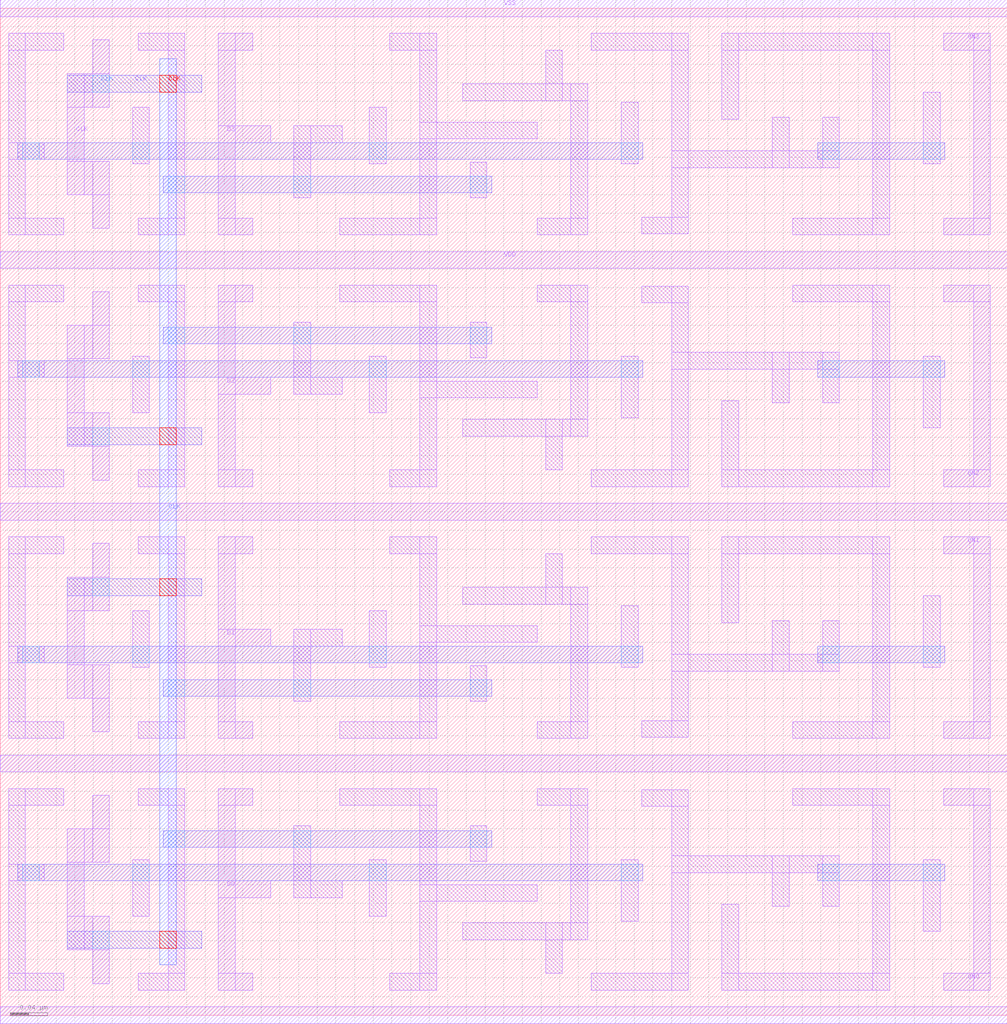
<source format=lef>
VERSION 5.8 ;
BUSBITCHARS "[]" ;
DIVIDERCHAR "/" ;
SITE asap7sc7p5t_R4
  CLASS CORE ;
  SIZE 0.054 BY 1.08 ;
  SYMMETRY Y ;
END asap7sc7p5t_R4

MACRO DFFHQNV4Xx1_ASAP7_75t_SL
  CLASS CORE ;
  ORIGIN 0.0 0.0 ;
  FOREIGN DFFHQNV4Xx1_ASAP7_75t_SL 0.0 0.0 ;
  SIZE 1.08 BY 1.08 ;
  SYMMETRY X Y ;
  SITE asap7sc7p5t_R4 ;
    PIN VDD
      USE POWER ;
      DIRECTION INOUT ;
      SHAPE ABUTMENT ;
      PORT
        LAYER M1 ;
          RECT 0.0 0.261 1.08 0.279 ;
          RECT 0.0 0.801 1.08 0.819 ;
      END
    END VDD
    PIN VSS
      USE GROUND ;
      DIRECTION INOUT ;
      SHAPE ABUTMENT ;
      PORT
        LAYER M1 ;
          RECT 0.0 -0.009 1.08 0.009 ;
          RECT 0.0 0.549 1.08 0.531 ;
          RECT 0.0 1.089 1.08 1.071 ;
      END
    END VSS
    PIN CLK
      USE CLOCK ;
      DIRECTION INPUT ;
      PORT
        LAYER M1 ;
          RECT 0.099 0.164 0.117 0.236 ;
          RECT 0.072 0.07 0.117 0.106 ;
          RECT 0.099 0.034 0.117 0.106 ;
          RECT 0.072 0.164 0.117 0.2 ;
          RECT 0.072 0.07 0.09 0.2 ;
          RECT 0.099 0.376 0.117 0.304 ;
          RECT 0.072 0.47 0.117 0.434 ;
          RECT 0.099 0.506 0.117 0.434 ;
          RECT 0.072 0.376 0.117 0.34 ;
          RECT 0.072 0.47 0.09 0.34 ;
          RECT 0.099 0.704 0.117 0.776 ;
          RECT 0.072 0.61 0.117 0.646 ;
          RECT 0.099 0.574 0.117 0.646 ;
          RECT 0.072 0.704 0.117 0.74 ;
          RECT 0.072 0.61 0.09 0.74 ;
          RECT 0.099 0.916 0.117 0.844 ;
          RECT 0.072 1.01 0.117 0.974 ;
          RECT 0.099 1.046 0.117 0.974 ;
          RECT 0.072 0.916 0.117 0.88 ;
          RECT 0.072 1.01 0.09 0.88 ;
        LAYER M2 ;
          RECT 0.072 0.072 0.216 0.09 ;
          RECT 0.072 0.45 0.216 0.468 ;
          RECT 0.072 0.612 0.216 0.63 ;
          RECT 0.072 0.99 0.216 1.008 ;
        LAYER V1 ;
          RECT 0.099 0.072 0.117 0.09 ;
          RECT 0.099 0.45 0.117 0.468 ;
          RECT 0.099 0.612 0.117 0.63 ;
          RECT 0.099 0.99 0.117 1.008 ;
        LAYER M3 ;
          RECT 0.171 0.054 0.189 1.026 ;
        LAYER V2 ;
          RECT 0.171 0.072 0.189 0.09 ;
          RECT 0.171 0.45 0.189 0.468 ;
          RECT 0.171 0.612 0.189 0.63 ;
          RECT 0.171 0.99 0.189 1.008 ;
      END
    END CLK
    PIN D0
      USE SIGNAL ;
      DIRECTION INPUT ;
      PORT
        LAYER M1 ;
          RECT 0.234 0.126 0.29 0.144 ;
          RECT 0.234 0.225 0.271 0.243 ;
          RECT 0.234 0.027 0.271 0.045 ;
          RECT 0.234 0.027 0.252 0.243 ;
      END
    END D0
    PIN QN0
      USE SIGNAL ;
      DIRECTION OUTPUT ;
      PORT
        LAYER M1 ;
          RECT 1.012 0.225 1.062 0.243 ;
          RECT 1.044 0.027 1.062 0.243 ;
          RECT 1.012 0.027 1.062 0.045 ;
      END
    END QN0
    PIN D1
      USE SIGNAL ;
      DIRECTION INPUT ;
      PORT
        LAYER M1 ;
          RECT 0.234 0.414 0.29 0.396 ;
          RECT 0.234 0.315 0.271 0.297 ;
          RECT 0.234 0.513 0.271 0.495 ;
          RECT 0.234 0.513 0.252 0.297 ;
      END
    END D1
    PIN QN1
      USE SIGNAL ;
      DIRECTION OUTPUT ;
      PORT
        LAYER M1 ;
          RECT 1.012 0.315 1.062 0.297 ;
          RECT 1.044 0.513 1.062 0.297 ;
          RECT 1.012 0.513 1.062 0.495 ;
      END
    END QN1
    PIN D2
      USE SIGNAL ;
      DIRECTION INPUT ;
      PORT
        LAYER M1 ;
          RECT 0.234 0.666 0.29 0.684 ;
          RECT 0.234 0.765 0.271 0.783 ;
          RECT 0.234 0.567 0.271 0.585 ;
          RECT 0.234 0.567 0.252 0.783 ;
      END
    END D2
    PIN QN2
      USE SIGNAL ;
      DIRECTION OUTPUT ;
      PORT
        LAYER M1 ;
          RECT 1.012 0.765 1.062 0.783 ;
          RECT 1.044 0.567 1.062 0.783 ;
          RECT 1.012 0.567 1.062 0.585 ;
      END
    END QN2
    PIN D3
      USE SIGNAL ;
      DIRECTION INPUT ;
      PORT
        LAYER M1 ;
          RECT 0.234 0.954 0.29 0.936 ;
          RECT 0.234 0.855 0.271 0.837 ;
          RECT 0.234 1.053 0.271 1.035 ;
          RECT 0.234 1.053 0.252 0.837 ;
      END
    END D3
    PIN QN3
      USE SIGNAL ;
      DIRECTION OUTPUT ;
      PORT
        LAYER M1 ;
          RECT 1.012 0.855 1.062 0.837 ;
          RECT 1.044 1.053 1.062 0.837 ;
          RECT 1.012 1.053 1.062 1.035 ;
      END
    END QN3
    OBS
      LAYER M1 ;
        RECT 0.85 0.225 0.954 0.243 ;
        RECT 0.936 0.027 0.954 0.243 ;
        RECT 0.774 0.027 0.792 0.119 ;
        RECT 0.774 0.027 0.954 0.045 ;
        RECT 0.688 0.224 0.738 0.242 ;
        RECT 0.72 0.027 0.738 0.242 ;
        RECT 0.72 0.153 0.9 0.171 ;
        RECT 0.882 0.117 0.9 0.171 ;
        RECT 0.828 0.117 0.846 0.171 ;
        RECT 0.634 0.027 0.738 0.045 ;
        RECT 0.576 0.225 0.63 0.243 ;
        RECT 0.612 0.081 0.63 0.243 ;
        RECT 0.496 0.081 0.63 0.099 ;
        RECT 0.585 0.045 0.603 0.099 ;
        RECT 0.364 0.225 0.468 0.243 ;
        RECT 0.45 0.027 0.468 0.243 ;
        RECT 0.45 0.122 0.576 0.14 ;
        RECT 0.418 0.027 0.468 0.045 ;
        RECT 0.315 0.126 0.333 0.203 ;
        RECT 0.315 0.126 0.367 0.144 ;
        RECT 0.148 0.225 0.198 0.243 ;
        RECT 0.18 0.027 0.198 0.243 ;
        RECT 0.148 0.027 0.198 0.045 ;
        RECT 0.009 0.225 0.068 0.243 ;
        RECT 0.009 0.027 0.027 0.243 ;
        RECT 0.009 0.144 0.047 0.162 ;
        RECT 0.009 0.027 0.068 0.045 ;
        RECT 0.99 0.09 1.008 0.167 ;
        RECT 0.666 0.101 0.684 0.167 ;
        RECT 0.504 0.165 0.522 0.203 ;
        RECT 0.396 0.106 0.414 0.167 ;
        RECT 0.142 0.106 0.16 0.167 ;
        RECT 0.85 0.315 0.954 0.297 ;
        RECT 0.936 0.513 0.954 0.297 ;
        RECT 0.774 0.513 0.792 0.421 ;
        RECT 0.774 0.513 0.954 0.495 ;
        RECT 0.688 0.316 0.738 0.298 ;
        RECT 0.72 0.513 0.738 0.298 ;
        RECT 0.72 0.387 0.9 0.369 ;
        RECT 0.882 0.423 0.9 0.369 ;
        RECT 0.828 0.423 0.846 0.369 ;
        RECT 0.634 0.513 0.738 0.495 ;
        RECT 0.576 0.315 0.63 0.297 ;
        RECT 0.612 0.459 0.63 0.297 ;
        RECT 0.496 0.459 0.63 0.441 ;
        RECT 0.585 0.495 0.603 0.441 ;
        RECT 0.364 0.315 0.468 0.297 ;
        RECT 0.45 0.513 0.468 0.297 ;
        RECT 0.45 0.418 0.576 0.4 ;
        RECT 0.418 0.513 0.468 0.495 ;
        RECT 0.315 0.414 0.333 0.337 ;
        RECT 0.315 0.414 0.367 0.396 ;
        RECT 0.148 0.315 0.198 0.297 ;
        RECT 0.18 0.513 0.198 0.297 ;
        RECT 0.148 0.513 0.198 0.495 ;
        RECT 0.009 0.315 0.068 0.297 ;
        RECT 0.009 0.513 0.027 0.297 ;
        RECT 0.009 0.396 0.047 0.378 ;
        RECT 0.009 0.513 0.068 0.495 ;
        RECT 0.99 0.45 1.008 0.373 ;
        RECT 0.666 0.439 0.684 0.373 ;
        RECT 0.504 0.375 0.522 0.337 ;
        RECT 0.396 0.434 0.414 0.373 ;
        RECT 0.142 0.434 0.16 0.373 ;
        RECT 0.85 0.765 0.954 0.783 ;
        RECT 0.936 0.567 0.954 0.783 ;
        RECT 0.774 0.567 0.792 0.659 ;
        RECT 0.774 0.567 0.954 0.585 ;
        RECT 0.688 0.764 0.738 0.782 ;
        RECT 0.72 0.567 0.738 0.782 ;
        RECT 0.72 0.693 0.9 0.711 ;
        RECT 0.882 0.657 0.9 0.711 ;
        RECT 0.828 0.657 0.846 0.711 ;
        RECT 0.634 0.567 0.738 0.585 ;
        RECT 0.576 0.765 0.63 0.783 ;
        RECT 0.612 0.621 0.63 0.783 ;
        RECT 0.496 0.621 0.63 0.639 ;
        RECT 0.585 0.585 0.603 0.639 ;
        RECT 0.364 0.765 0.468 0.783 ;
        RECT 0.45 0.567 0.468 0.783 ;
        RECT 0.45 0.662 0.576 0.68 ;
        RECT 0.418 0.567 0.468 0.585 ;
        RECT 0.315 0.666 0.333 0.743 ;
        RECT 0.315 0.666 0.367 0.684 ;
        RECT 0.148 0.765 0.198 0.783 ;
        RECT 0.18 0.567 0.198 0.783 ;
        RECT 0.148 0.567 0.198 0.585 ;
        RECT 0.009 0.765 0.068 0.783 ;
        RECT 0.009 0.567 0.027 0.783 ;
        RECT 0.009 0.684 0.047 0.702 ;
        RECT 0.009 0.567 0.068 0.585 ;
        RECT 0.99 0.63 1.008 0.707 ;
        RECT 0.666 0.641 0.684 0.707 ;
        RECT 0.504 0.705 0.522 0.743 ;
        RECT 0.396 0.646 0.414 0.707 ;
        RECT 0.142 0.646 0.16 0.707 ;
        RECT 0.85 0.855 0.954 0.837 ;
        RECT 0.936 1.053 0.954 0.837 ;
        RECT 0.774 1.053 0.792 0.961 ;
        RECT 0.774 1.053 0.954 1.035 ;
        RECT 0.688 0.856 0.738 0.838 ;
        RECT 0.72 1.053 0.738 0.838 ;
        RECT 0.72 0.927 0.9 0.909 ;
        RECT 0.882 0.963 0.9 0.909 ;
        RECT 0.828 0.963 0.846 0.909 ;
        RECT 0.634 1.053 0.738 1.035 ;
        RECT 0.576 0.855 0.63 0.837 ;
        RECT 0.612 0.999 0.63 0.837 ;
        RECT 0.496 0.999 0.63 0.981 ;
        RECT 0.585 1.035 0.603 0.981 ;
        RECT 0.364 0.855 0.468 0.837 ;
        RECT 0.45 1.053 0.468 0.837 ;
        RECT 0.45 0.958 0.576 0.94 ;
        RECT 0.418 1.053 0.468 1.035 ;
        RECT 0.315 0.954 0.333 0.877 ;
        RECT 0.315 0.954 0.367 0.936 ;
        RECT 0.148 0.855 0.198 0.837 ;
        RECT 0.18 1.053 0.198 0.837 ;
        RECT 0.148 1.053 0.198 1.035 ;
        RECT 0.009 0.855 0.068 0.837 ;
        RECT 0.009 1.053 0.027 0.837 ;
        RECT 0.009 0.936 0.047 0.918 ;
        RECT 0.009 1.053 0.068 1.035 ;
        RECT 0.99 0.99 1.008 0.913 ;
        RECT 0.666 0.979 0.684 0.913 ;
        RECT 0.504 0.915 0.522 0.877 ;
        RECT 0.396 0.974 0.414 0.913 ;
        RECT 0.142 0.974 0.16 0.913 ;
      LAYER M2 ;
        RECT 0.877 0.144 1.013 0.162 ;
        RECT 0.019 0.144 0.689 0.162 ;
        RECT 0.175 0.18 0.527 0.198 ;
        RECT 0.877 0.396 1.013 0.378 ;
        RECT 0.019 0.396 0.689 0.378 ;
        RECT 0.175 0.36 0.527 0.342 ;
        RECT 0.877 0.684 1.013 0.702 ;
        RECT 0.019 0.684 0.689 0.702 ;
        RECT 0.175 0.72 0.527 0.738 ;
        RECT 0.877 0.936 1.013 0.918 ;
        RECT 0.019 0.936 0.689 0.918 ;
        RECT 0.175 0.9 0.527 0.882 ;
      LAYER V1 ;
        RECT 0.99 0.144 1.008 0.162 ;
        RECT 0.882 0.144 0.9 0.162 ;
        RECT 0.666 0.144 0.684 0.162 ;
        RECT 0.504 0.18 0.522 0.198 ;
        RECT 0.396 0.144 0.414 0.162 ;
        RECT 0.315 0.18 0.333 0.198 ;
        RECT 0.18 0.18 0.198 0.198 ;
        RECT 0.142 0.144 0.16 0.162 ;
        RECT 0.024 0.144 0.042 0.162 ;
        RECT 0.99 0.396 1.008 0.378 ;
        RECT 0.882 0.396 0.9 0.378 ;
        RECT 0.666 0.396 0.684 0.378 ;
        RECT 0.504 0.36 0.522 0.342 ;
        RECT 0.396 0.396 0.414 0.378 ;
        RECT 0.315 0.36 0.333 0.342 ;
        RECT 0.18 0.36 0.198 0.342 ;
        RECT 0.142 0.396 0.16 0.378 ;
        RECT 0.024 0.396 0.042 0.378 ;
        RECT 0.99 0.684 1.008 0.702 ;
        RECT 0.882 0.684 0.9 0.702 ;
        RECT 0.666 0.684 0.684 0.702 ;
        RECT 0.504 0.72 0.522 0.738 ;
        RECT 0.396 0.684 0.414 0.702 ;
        RECT 0.315 0.72 0.333 0.738 ;
        RECT 0.18 0.72 0.198 0.738 ;
        RECT 0.142 0.684 0.16 0.702 ;
        RECT 0.024 0.684 0.042 0.702 ;
        RECT 0.99 0.936 1.008 0.918 ;
        RECT 0.882 0.936 0.9 0.918 ;
        RECT 0.666 0.936 0.684 0.918 ;
        RECT 0.504 0.9 0.522 0.882 ;
        RECT 0.396 0.936 0.414 0.918 ;
        RECT 0.315 0.9 0.333 0.882 ;
        RECT 0.18 0.9 0.198 0.882 ;
        RECT 0.142 0.936 0.16 0.918 ;
        RECT 0.024 0.936 0.042 0.918 ;
    END
END DFFHQNV4Xx1_ASAP7_75t_SL

END LIBRARY

</source>
